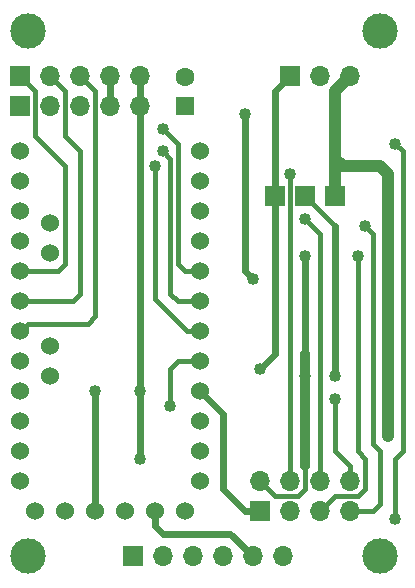
<source format=gbr>
%TF.GenerationSoftware,KiCad,Pcbnew,(5.1.6)-1*%
%TF.CreationDate,2020-12-25T18:58:44-03:00*%
%TF.ProjectId,nRF24L01_Arduino,6e524632-344c-4303-915f-41726475696e,rev?*%
%TF.SameCoordinates,Original*%
%TF.FileFunction,Copper,L2,Bot*%
%TF.FilePolarity,Positive*%
%FSLAX46Y46*%
G04 Gerber Fmt 4.6, Leading zero omitted, Abs format (unit mm)*
G04 Created by KiCad (PCBNEW (5.1.6)-1) date 2020-12-25 18:58:44*
%MOMM*%
%LPD*%
G01*
G04 APERTURE LIST*
%TA.AperFunction,ComponentPad*%
%ADD10C,3.000000*%
%TD*%
%TA.AperFunction,ComponentPad*%
%ADD11R,1.700000X1.700000*%
%TD*%
%TA.AperFunction,ComponentPad*%
%ADD12O,1.700000X1.700000*%
%TD*%
%TA.AperFunction,ComponentPad*%
%ADD13C,1.524000*%
%TD*%
%TA.AperFunction,ComponentPad*%
%ADD14R,1.600000X1.600000*%
%TD*%
%TA.AperFunction,ComponentPad*%
%ADD15C,1.600000*%
%TD*%
%TA.AperFunction,ViaPad*%
%ADD16C,1.016000*%
%TD*%
%TA.AperFunction,Conductor*%
%ADD17C,0.609600*%
%TD*%
%TA.AperFunction,Conductor*%
%ADD18C,0.406400*%
%TD*%
%TA.AperFunction,Conductor*%
%ADD19C,0.812800*%
%TD*%
%TA.AperFunction,Conductor*%
%ADD20C,1.016000*%
%TD*%
G04 APERTURE END LIST*
D10*
%TO.P,J12,1*%
%TO.N,Net-(J12-Pad1)*%
X94615000Y-99060000D03*
%TD*%
%TO.P,J13,1*%
%TO.N,Net-(J13-Pad1)*%
X64770000Y-54610000D03*
%TD*%
%TO.P,J14,1*%
%TO.N,Net-(J14-Pad1)*%
X94615000Y-54610000D03*
%TD*%
%TO.P,J11,1*%
%TO.N,Net-(J11-Pad1)*%
X64770000Y-99060000D03*
%TD*%
D11*
%TO.P,J4,1*%
%TO.N,Earth*%
X73660000Y-99060000D03*
D12*
%TO.P,J4,2*%
X76200000Y-99060000D03*
%TO.P,J4,3*%
%TO.N,Net-(J1-Pad4)*%
X78740000Y-99060000D03*
%TO.P,J4,4*%
%TO.N,Net-(J4-Pad4)*%
X81280000Y-99060000D03*
%TO.P,J4,5*%
%TO.N,Net-(J4-Pad5)*%
X83820000Y-99060000D03*
%TO.P,J4,6*%
%TO.N,Net-(J4-Pad6)*%
X86360000Y-99060000D03*
%TD*%
D13*
%TO.P,Mod1,1*%
%TO.N,Earth*%
X65405000Y-95250000D03*
%TO.P,Mod1,2*%
X67945000Y-95250000D03*
%TO.P,Mod1,3*%
%TO.N,Net-(J1-Pad4)*%
X70485000Y-95250000D03*
%TO.P,Mod1,4*%
%TO.N,Net-(J4-Pad4)*%
X73025000Y-95250000D03*
%TO.P,Mod1,5*%
%TO.N,Net-(J4-Pad5)*%
X75565000Y-95250000D03*
%TO.P,Mod1,6*%
%TO.N,Net-(J4-Pad6)*%
X78105000Y-95250000D03*
%TO.P,Mod1,7*%
%TO.N,Net-(Mod1-Pad7)*%
X79375000Y-92710000D03*
%TO.P,Mod1,8*%
%TO.N,Net-(Mod1-Pad8)*%
X79375000Y-90170000D03*
%TO.P,Mod1,9*%
%TO.N,Net-(Mod1-Pad9)*%
X79375000Y-87630000D03*
%TO.P,Mod1,10*%
%TO.N,Earth*%
X79375000Y-85090000D03*
%TO.P,Mod1,11*%
%TO.N,/~IRQ*%
X79375000Y-82550000D03*
%TO.P,Mod1,12*%
%TO.N,Net-(J1-Pad1)*%
X79375000Y-80010000D03*
%TO.P,Mod1,13*%
%TO.N,Net-(J1-Pad2)*%
X79375000Y-77470000D03*
%TO.P,Mod1,14*%
%TO.N,Net-(J1-Pad3)*%
X79375000Y-74930000D03*
%TO.P,Mod1,15*%
%TO.N,Net-(Mod1-Pad15)*%
X79375000Y-72390000D03*
%TO.P,Mod1,16*%
%TO.N,Net-(Mod1-Pad16)*%
X79375000Y-69850000D03*
%TO.P,Mod1,17*%
%TO.N,Net-(Mod1-Pad17)*%
X79375000Y-67310000D03*
%TO.P,Mod1,18*%
%TO.N,/CE*%
X79375000Y-64770000D03*
%TO.P,Mod1,19*%
%TO.N,Net-(J3-Pad3)*%
X64135000Y-92710000D03*
%TO.P,Mod1,20*%
%TO.N,Earth*%
X64135000Y-90170000D03*
%TO.P,Mod1,21*%
%TO.N,Net-(Mod1-Pad21)*%
X64135000Y-87630000D03*
%TO.P,Mod1,22*%
%TO.N,Net-(J1-Pad4)*%
X64135000Y-85090000D03*
%TO.P,Mod1,23*%
%TO.N,Net-(Mod1-Pad23)*%
X64135000Y-82550000D03*
%TO.P,Mod1,24*%
%TO.N,Net-(J2-Pad3)*%
X64135000Y-80010000D03*
%TO.P,Mod1,25*%
%TO.N,Net-(J2-Pad2)*%
X64135000Y-77470000D03*
%TO.P,Mod1,26*%
%TO.N,Net-(J2-Pad1)*%
X64135000Y-74930000D03*
%TO.P,Mod1,27*%
%TO.N,/SCK*%
X64135000Y-72390000D03*
%TO.P,Mod1,28*%
%TO.N,/MISO*%
X64135000Y-69850000D03*
%TO.P,Mod1,29*%
%TO.N,/MOSI*%
X64135000Y-67310000D03*
%TO.P,Mod1,30*%
%TO.N,/CSN-CS*%
X64135000Y-64770000D03*
%TO.P,Mod1,31*%
%TO.N,N/C*%
X66675000Y-83820000D03*
%TO.P,Mod1,32*%
X66675000Y-81280000D03*
%TO.P,Mod1,34*%
X66675000Y-73406000D03*
%TO.P,Mod1,35*%
X66675000Y-70866000D03*
%TD*%
D11*
%TO.P,J1,1*%
%TO.N,Net-(J1-Pad1)*%
X64135000Y-60960000D03*
D12*
%TO.P,J1,2*%
%TO.N,Net-(J1-Pad2)*%
X66675000Y-60960000D03*
%TO.P,J1,3*%
%TO.N,Net-(J1-Pad3)*%
X69215000Y-60960000D03*
%TO.P,J1,4*%
%TO.N,Net-(J1-Pad4)*%
X71755000Y-60960000D03*
%TO.P,J1,5*%
%TO.N,Earth*%
X74295000Y-60960000D03*
%TD*%
%TO.P,J2,5*%
%TO.N,Earth*%
X74295000Y-58420000D03*
%TO.P,J2,4*%
%TO.N,Net-(J1-Pad4)*%
X71755000Y-58420000D03*
%TO.P,J2,3*%
%TO.N,Net-(J2-Pad3)*%
X69215000Y-58420000D03*
%TO.P,J2,2*%
%TO.N,Net-(J2-Pad2)*%
X66675000Y-58420000D03*
D11*
%TO.P,J2,1*%
%TO.N,Net-(J2-Pad1)*%
X64135000Y-58420000D03*
%TD*%
%TO.P,JP1,1*%
%TO.N,Net-(J3-Pad3)*%
X90805000Y-68580000D03*
%TO.P,JP1,2*%
%TO.N,Net-(CI1-Pad3)*%
X88265000Y-68580000D03*
%TO.P,JP1,3*%
%TO.N,Net-(J1-Pad4)*%
X85725000Y-68580000D03*
%TD*%
%TO.P,Mod2,1*%
%TO.N,Earth*%
X84455000Y-95250000D03*
D12*
%TO.P,Mod2,2*%
%TO.N,Net-(C1-Pad1)*%
X84455000Y-92710000D03*
%TO.P,Mod2,3*%
%TO.N,/CE*%
X86995000Y-95250000D03*
%TO.P,Mod2,4*%
%TO.N,/CSN-CS*%
X86995000Y-92710000D03*
%TO.P,Mod2,5*%
%TO.N,/SCK*%
X89535000Y-95250000D03*
%TO.P,Mod2,6*%
%TO.N,/MOSI*%
X89535000Y-92710000D03*
%TO.P,Mod2,7*%
%TO.N,/MISO*%
X92075000Y-95250000D03*
%TO.P,Mod2,8*%
%TO.N,/~IRQ*%
X92075000Y-92710000D03*
%TD*%
D14*
%TO.P,C1,1*%
%TO.N,Net-(C1-Pad1)*%
X78105000Y-60960000D03*
D15*
%TO.P,C1,2*%
%TO.N,Earth*%
X78105000Y-58460000D03*
%TD*%
D11*
%TO.P,J3,1*%
%TO.N,Net-(J1-Pad4)*%
X86995000Y-58420000D03*
D12*
%TO.P,J3,2*%
%TO.N,Earth*%
X89535000Y-58420000D03*
%TO.P,J3,3*%
%TO.N,Net-(J3-Pad3)*%
X92075000Y-58420000D03*
%TD*%
D16*
%TO.N,Net-(C1-Pad1)*%
X83185000Y-61595000D03*
X83820000Y-75565000D03*
X88265000Y-73660000D03*
X88265000Y-83820000D03*
%TO.N,Net-(CI1-Pad3)*%
X90805000Y-83820000D03*
%TO.N,Earth*%
X74295000Y-85090000D03*
X74295000Y-90805000D03*
%TO.N,Net-(J1-Pad1)*%
X75565000Y-66040000D03*
%TO.N,Net-(J1-Pad2)*%
X76200000Y-64770000D03*
%TO.N,Net-(J1-Pad3)*%
X76200000Y-62865000D03*
%TO.N,Net-(J1-Pad4)*%
X70485000Y-85090000D03*
X84455000Y-83185000D03*
%TO.N,/~IRQ*%
X76835000Y-86360000D03*
X90805000Y-85725000D03*
%TO.N,/CE*%
X95885000Y-95885000D03*
X95885000Y-64135000D03*
%TO.N,/SCK*%
X92710000Y-73660000D03*
%TO.N,/MISO*%
X93345000Y-71120000D03*
%TO.N,/MOSI*%
X88265000Y-70485000D03*
%TO.N,/CSN-CS*%
X86995000Y-66675000D03*
%TO.N,Net-(J3-Pad3)*%
X95250000Y-88900000D03*
%TD*%
D17*
%TO.N,Net-(C1-Pad1)*%
X83185000Y-61595000D02*
X83185000Y-74930000D01*
X83185000Y-74930000D02*
X83820000Y-75565000D01*
X83820000Y-75565000D02*
X83820000Y-75565000D01*
D18*
X85708201Y-93963201D02*
X87646799Y-93963201D01*
X84455000Y-92710000D02*
X85708201Y-93963201D01*
X87646799Y-93963201D02*
X88265000Y-93345000D01*
X88265000Y-93345000D02*
X88265000Y-92125262D01*
X88265000Y-92125262D02*
X88265000Y-91440000D01*
D19*
X88265000Y-91440000D02*
X88265000Y-83820000D01*
D17*
X88265000Y-81915000D02*
X88265000Y-73660000D01*
X88265000Y-73660000D02*
X88265000Y-73660000D01*
D19*
X88265000Y-83820000D02*
X88265000Y-81915000D01*
D18*
%TO.N,Net-(CI1-Pad3)*%
X90805000Y-83820000D02*
X90805000Y-83820000D01*
X88265000Y-68580000D02*
X90805000Y-71120000D01*
D17*
X90805000Y-83820000D02*
X90805000Y-71120000D01*
%TO.N,Earth*%
X74295000Y-58420000D02*
X74295000Y-83820000D01*
X74295000Y-83820000D02*
X74295000Y-85090000D01*
X74295000Y-85090000D02*
X74295000Y-85090000D01*
X83185000Y-95250000D02*
X84455000Y-95250000D01*
X81280000Y-93345000D02*
X83185000Y-95250000D01*
X79375000Y-85090000D02*
X81280000Y-86995000D01*
X81280000Y-86995000D02*
X81280000Y-93345000D01*
X74295000Y-90805000D02*
X74295000Y-85090000D01*
D18*
%TO.N,Net-(J1-Pad1)*%
X78297370Y-80010000D02*
X75565000Y-77277630D01*
X79375000Y-80010000D02*
X78297370Y-80010000D01*
X75565000Y-77277630D02*
X75565000Y-75565000D01*
X75565000Y-75565000D02*
X75565000Y-66040000D01*
X75565000Y-66040000D02*
X75565000Y-66040000D01*
%TO.N,Net-(J1-Pad2)*%
X79375000Y-77470000D02*
X77470000Y-77470000D01*
X77470000Y-77470000D02*
X76835000Y-76835000D01*
X76835000Y-76835000D02*
X76835000Y-66040000D01*
X76835000Y-66040000D02*
X76835000Y-65405000D01*
X76835000Y-65405000D02*
X76200000Y-64770000D01*
X76200000Y-64770000D02*
X76200000Y-64770000D01*
%TO.N,Net-(J1-Pad3)*%
X79375000Y-74930000D02*
X78105000Y-74930000D01*
X78105000Y-74930000D02*
X77470000Y-74295000D01*
X77470000Y-74295000D02*
X77470000Y-64135000D01*
X77470000Y-64135000D02*
X76200000Y-62865000D01*
X76200000Y-62865000D02*
X76200000Y-62865000D01*
D17*
%TO.N,Net-(J1-Pad4)*%
X85725000Y-67310000D02*
X85725000Y-68580000D01*
X86995000Y-58420000D02*
X85725000Y-59690000D01*
X85725000Y-59690000D02*
X85725000Y-67310000D01*
X70485000Y-95250000D02*
X70485000Y-85090000D01*
X70485000Y-85090000D02*
X70485000Y-85090000D01*
X85725000Y-68580000D02*
X85725000Y-81915000D01*
X85725000Y-81915000D02*
X84455000Y-83185000D01*
X84455000Y-83185000D02*
X84455000Y-83185000D01*
X71755000Y-60960000D02*
X71755000Y-58420000D01*
D18*
%TO.N,Net-(J2-Pad3)*%
X64770000Y-79375000D02*
X64135000Y-80010000D01*
X69850000Y-79375000D02*
X64770000Y-79375000D01*
X70485000Y-78740000D02*
X69850000Y-79375000D01*
X69215000Y-58420000D02*
X70485000Y-59690000D01*
X70485000Y-59690000D02*
X70485000Y-78740000D01*
%TO.N,Net-(J2-Pad2)*%
X68580000Y-77470000D02*
X64135000Y-77470000D01*
X67945000Y-59690000D02*
X67945000Y-63500000D01*
X66675000Y-58420000D02*
X67945000Y-59690000D01*
X67945000Y-63500000D02*
X69215000Y-64770000D01*
X69215000Y-64770000D02*
X69215000Y-76835000D01*
X69215000Y-76835000D02*
X68580000Y-77470000D01*
%TO.N,Net-(J2-Pad1)*%
X67310000Y-74930000D02*
X64135000Y-74930000D01*
X65388201Y-59673201D02*
X65388201Y-63483201D01*
X65388201Y-63483201D02*
X67945000Y-66040000D01*
X64135000Y-58420000D02*
X65388201Y-59673201D01*
X67945000Y-74295000D02*
X67310000Y-74930000D01*
X67945000Y-66040000D02*
X67945000Y-74295000D01*
%TO.N,/~IRQ*%
X79375000Y-82550000D02*
X77470000Y-82550000D01*
X77470000Y-82550000D02*
X76835000Y-83185000D01*
X76835000Y-83185000D02*
X76835000Y-85090000D01*
X76835000Y-85090000D02*
X76835000Y-86360000D01*
X76835000Y-86360000D02*
X76835000Y-86360000D01*
X92075000Y-91440000D02*
X92075000Y-92710000D01*
X90805000Y-85725000D02*
X90805000Y-90170000D01*
X90805000Y-90170000D02*
X92075000Y-91440000D01*
%TO.N,/CE*%
X95885000Y-95885000D02*
X95885000Y-90805000D01*
X95885000Y-90805000D02*
X96520000Y-90170000D01*
X96520000Y-90170000D02*
X96520000Y-86995000D01*
X96520000Y-86995000D02*
X96520000Y-71120000D01*
X96520000Y-71120000D02*
X96520000Y-64770000D01*
X96520000Y-64770000D02*
X95885000Y-64135000D01*
X95885000Y-64135000D02*
X95885000Y-64135000D01*
%TO.N,/SCK*%
X89535000Y-95250000D02*
X90805000Y-93980000D01*
X90805000Y-93980000D02*
X92710000Y-93980000D01*
X92710000Y-93980000D02*
X93345000Y-93345000D01*
X93345000Y-93345000D02*
X93345000Y-90805000D01*
X93345000Y-90805000D02*
X92710000Y-90170000D01*
X92710000Y-90170000D02*
X92710000Y-86360000D01*
X92710000Y-86360000D02*
X92710000Y-73660000D01*
%TO.N,/MISO*%
X92075000Y-95250000D02*
X93980000Y-95250000D01*
X93980000Y-95250000D02*
X94615000Y-94615000D01*
X94615000Y-94615000D02*
X94615000Y-90170000D01*
X94615000Y-90170000D02*
X93980000Y-89535000D01*
X93980000Y-89535000D02*
X93980000Y-88265000D01*
X93980000Y-88265000D02*
X93980000Y-71755000D01*
X93980000Y-71755000D02*
X93345000Y-71120000D01*
X93345000Y-71120000D02*
X93345000Y-71120000D01*
%TO.N,/MOSI*%
X88265000Y-70485000D02*
X89535000Y-71755000D01*
X89535000Y-71755000D02*
X89535000Y-72390000D01*
X89535000Y-72390000D02*
X89535000Y-92710000D01*
%TO.N,/CSN-CS*%
X86995000Y-66675000D02*
X86995000Y-92710000D01*
D20*
%TO.N,Net-(J3-Pad3)*%
X92075000Y-58420000D02*
X90805000Y-59690000D01*
X90805000Y-65405000D02*
X91440000Y-66040000D01*
X90805000Y-65405000D02*
X90805000Y-68580000D01*
X90805000Y-59690000D02*
X90805000Y-65405000D01*
X91440000Y-66040000D02*
X94615000Y-66040000D01*
X94615000Y-66040000D02*
X95250000Y-66675000D01*
X95250000Y-66675000D02*
X95250000Y-88900000D01*
D17*
X95250000Y-88900000D02*
X95250000Y-88900000D01*
%TO.N,Net-(J4-Pad5)*%
X75565000Y-96520000D02*
X75565000Y-95250000D01*
X76200000Y-97155000D02*
X75565000Y-96520000D01*
X83820000Y-99060000D02*
X81915000Y-97155000D01*
X81915000Y-97155000D02*
X76200000Y-97155000D01*
%TD*%
M02*

</source>
